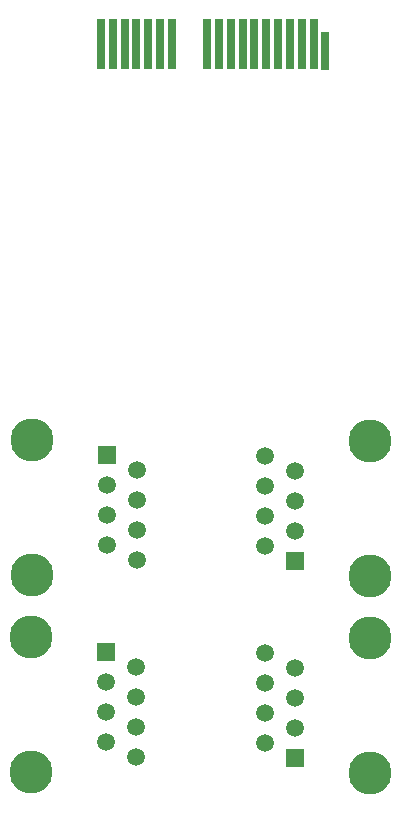
<source format=gbr>
%TF.GenerationSoftware,KiCad,Pcbnew,8.0.5-8.0.5-0~ubuntu22.04.1*%
%TF.CreationDate,2024-10-05T09:37:12-07:00*%
%TF.ProjectId,siglent-la,7369676c-656e-4742-9d6c-612e6b696361,rev?*%
%TF.SameCoordinates,Original*%
%TF.FileFunction,Soldermask,Bot*%
%TF.FilePolarity,Negative*%
%FSLAX46Y46*%
G04 Gerber Fmt 4.6, Leading zero omitted, Abs format (unit mm)*
G04 Created by KiCad (PCBNEW 8.0.5-8.0.5-0~ubuntu22.04.1) date 2024-10-05 09:37:12*
%MOMM*%
%LPD*%
G01*
G04 APERTURE LIST*
%ADD10C,3.650000*%
%ADD11R,1.500000X1.500000*%
%ADD12C,1.500000*%
%ADD13R,0.700000X4.300000*%
%ADD14R,0.700000X3.200000*%
G04 APERTURE END LIST*
D10*
%TO.C,J104*%
X95600000Y-100500000D03*
X95600000Y-111930000D03*
D11*
X101950000Y-101770000D03*
D12*
X104490000Y-103040000D03*
X101950000Y-104310000D03*
X104490000Y-105580000D03*
X101950000Y-106850000D03*
X104490000Y-108120000D03*
X101950000Y-109390000D03*
X104490000Y-110660000D03*
%TD*%
D10*
%TO.C,J103*%
X124170000Y-111997500D03*
X124170000Y-100567500D03*
D11*
X117820000Y-110727500D03*
D12*
X115280000Y-109457500D03*
X117820000Y-108187500D03*
X115280000Y-106917500D03*
X117820000Y-105647500D03*
X115280000Y-104377500D03*
X117820000Y-103107500D03*
X115280000Y-101837500D03*
%TD*%
D10*
%TO.C,J102*%
X95490000Y-117190000D03*
X95490000Y-128620000D03*
D11*
X101840000Y-118460000D03*
D12*
X104380000Y-119730000D03*
X101840000Y-121000000D03*
X104380000Y-122270000D03*
X101840000Y-123540000D03*
X104380000Y-124810000D03*
X101840000Y-126080000D03*
X104380000Y-127350000D03*
%TD*%
D10*
%TO.C,J101*%
X124170000Y-128697500D03*
X124170000Y-117267500D03*
D11*
X117820000Y-127427500D03*
D12*
X115280000Y-126157500D03*
X117820000Y-124887500D03*
X115280000Y-123617500D03*
X117820000Y-122347500D03*
X115280000Y-121077500D03*
X117820000Y-119807500D03*
X115280000Y-118537500D03*
%TD*%
D13*
%TO.C,J1*%
X101400000Y-67000000D03*
X102400000Y-67000000D03*
X103400000Y-67000000D03*
X104400000Y-67000000D03*
X105400000Y-67000000D03*
X106400000Y-67000000D03*
X107400000Y-67000000D03*
X110400000Y-67000000D03*
X111400000Y-67000000D03*
X112400000Y-67000000D03*
X113400000Y-67000000D03*
X114400000Y-67000000D03*
X115400000Y-67000000D03*
X116400000Y-67000000D03*
X117400000Y-67000000D03*
X118400000Y-67000000D03*
X119400000Y-67000000D03*
D14*
X120400000Y-67550000D03*
%TD*%
M02*

</source>
